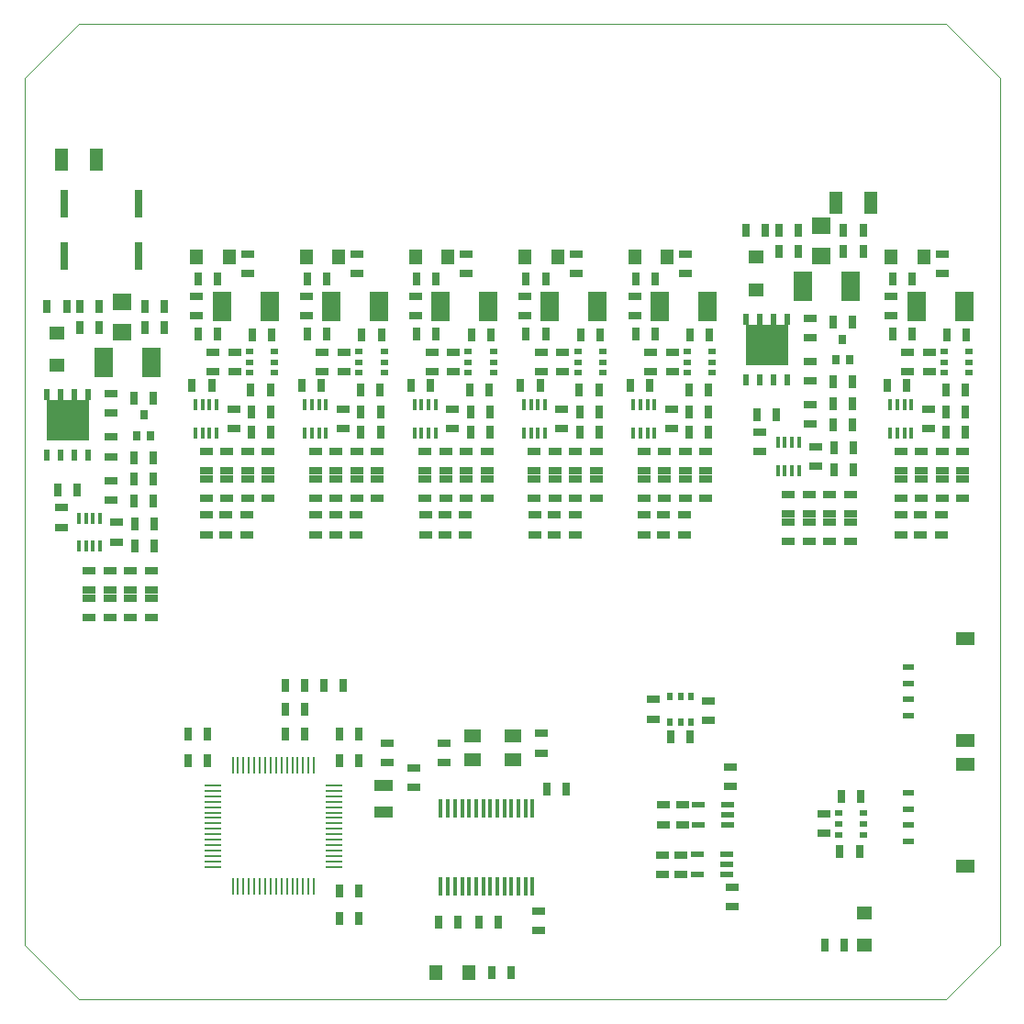
<source format=gtp>
G75*
%MOIN*%
%OFA0B0*%
%FSLAX25Y25*%
%IPPOS*%
%LPD*%
%AMOC8*
5,1,8,0,0,1.08239X$1,22.5*
%
%ADD10R,0.00984X0.06102*%
%ADD11R,0.06102X0.00984*%
%ADD12R,0.01575X0.06890*%
%ADD13R,0.07087X0.03937*%
%ADD14R,0.03150X0.04724*%
%ADD15R,0.04724X0.03150*%
%ADD16R,0.06299X0.04921*%
%ADD17R,0.03937X0.00984*%
%ADD18R,0.00984X0.03937*%
%ADD19C,0.00000*%
%ADD20R,0.01772X0.03937*%
%ADD21R,0.02756X0.03543*%
%ADD22R,0.02402X0.04016*%
%ADD23R,0.15394X0.15000*%
%ADD24R,0.02756X0.02000*%
%ADD25R,0.07087X0.10630*%
%ADD26R,0.04724X0.05512*%
%ADD27R,0.07087X0.06299*%
%ADD28R,0.03150X0.10236*%
%ADD29R,0.04724X0.07874*%
%ADD30R,0.05512X0.04724*%
%ADD31R,0.03937X0.02362*%
%ADD32R,0.07087X0.04921*%
%ADD33R,0.02000X0.02756*%
%ADD34R,0.04724X0.02362*%
D10*
X0078913Y0049972D03*
X0080882Y0049972D03*
X0082850Y0049972D03*
X0084819Y0049972D03*
X0086787Y0049972D03*
X0088756Y0049972D03*
X0090724Y0049972D03*
X0092693Y0049972D03*
X0094661Y0049972D03*
X0096630Y0049972D03*
X0098598Y0049972D03*
X0100567Y0049972D03*
X0102535Y0049972D03*
X0104504Y0049972D03*
X0106472Y0049972D03*
X0108441Y0049972D03*
X0108441Y0094066D03*
X0106472Y0094066D03*
X0104504Y0094066D03*
X0102535Y0094066D03*
X0100567Y0094066D03*
X0098598Y0094066D03*
X0096630Y0094066D03*
X0094661Y0094066D03*
X0092693Y0094066D03*
X0090724Y0094066D03*
X0088756Y0094066D03*
X0086787Y0094066D03*
X0084819Y0094066D03*
X0082850Y0094066D03*
X0080882Y0094066D03*
X0078913Y0094066D03*
D11*
X0071630Y0086783D03*
X0071630Y0084814D03*
X0071630Y0082846D03*
X0071630Y0080877D03*
X0071630Y0078909D03*
X0071630Y0076940D03*
X0071630Y0074972D03*
X0071630Y0073003D03*
X0071630Y0071035D03*
X0071630Y0069066D03*
X0071630Y0067098D03*
X0071630Y0065129D03*
X0071630Y0063161D03*
X0071630Y0061192D03*
X0071630Y0059224D03*
X0071630Y0057255D03*
X0115724Y0057255D03*
X0115724Y0059224D03*
X0115724Y0061192D03*
X0115724Y0063161D03*
X0115724Y0065129D03*
X0115724Y0067098D03*
X0115724Y0069066D03*
X0115724Y0071035D03*
X0115724Y0073003D03*
X0115724Y0074972D03*
X0115724Y0076940D03*
X0115724Y0078909D03*
X0115724Y0080877D03*
X0115724Y0082846D03*
X0115724Y0084814D03*
X0115724Y0086783D03*
D12*
X0154543Y0078318D03*
X0157102Y0078318D03*
X0159661Y0078318D03*
X0162220Y0078318D03*
X0164780Y0078318D03*
X0167339Y0078318D03*
X0169898Y0078318D03*
X0172457Y0078318D03*
X0175016Y0078318D03*
X0177575Y0078318D03*
X0180134Y0078318D03*
X0182693Y0078318D03*
X0185252Y0078318D03*
X0187811Y0078318D03*
X0187811Y0049972D03*
X0185252Y0049972D03*
X0182693Y0049972D03*
X0180134Y0049972D03*
X0177575Y0049972D03*
X0175016Y0049972D03*
X0172457Y0049972D03*
X0169898Y0049972D03*
X0167339Y0049972D03*
X0164780Y0049972D03*
X0162220Y0049972D03*
X0159661Y0049972D03*
X0157102Y0049972D03*
X0154543Y0049972D03*
D13*
X0133677Y0077098D03*
X0133677Y0086940D03*
D14*
X0124701Y0095641D03*
X0117614Y0095641D03*
X0117614Y0105483D03*
X0124701Y0105483D03*
X0118992Y0123161D03*
X0111906Y0123161D03*
X0105213Y0123161D03*
X0098126Y0123161D03*
X0098126Y0114302D03*
X0105213Y0114302D03*
X0105213Y0105444D03*
X0098126Y0105444D03*
X0069740Y0105483D03*
X0062654Y0105483D03*
X0062654Y0095641D03*
X0069740Y0095641D03*
X0117614Y0048397D03*
X0124701Y0048397D03*
X0124701Y0038554D03*
X0117614Y0038554D03*
X0153697Y0037078D03*
X0160783Y0037078D03*
X0168303Y0037078D03*
X0175390Y0037078D03*
X0172929Y0018830D03*
X0180016Y0018830D03*
X0192909Y0085306D03*
X0199996Y0085306D03*
X0238008Y0104420D03*
X0245094Y0104420D03*
X0300016Y0082846D03*
X0307102Y0082846D03*
X0306602Y0062846D03*
X0299516Y0062846D03*
X0301079Y0028672D03*
X0293992Y0028672D03*
X0297260Y0201393D03*
X0304346Y0201393D03*
X0304346Y0209424D03*
X0297260Y0209424D03*
X0296945Y0217649D03*
X0304031Y0217649D03*
X0304031Y0225523D03*
X0296945Y0225523D03*
X0296945Y0233397D03*
X0304031Y0233397D03*
X0316575Y0232062D03*
X0323661Y0232062D03*
X0337902Y0230606D03*
X0344988Y0230606D03*
X0345161Y0222562D03*
X0338075Y0222562D03*
X0338075Y0215062D03*
X0345161Y0215062D03*
X0345488Y0250606D03*
X0338402Y0250606D03*
X0325685Y0250720D03*
X0318598Y0250720D03*
X0304031Y0255050D03*
X0296945Y0255050D03*
X0318598Y0270798D03*
X0325685Y0270798D03*
X0307969Y0280641D03*
X0300882Y0280641D03*
X0300882Y0288515D03*
X0307969Y0288515D03*
X0284346Y0288515D03*
X0277260Y0288515D03*
X0272535Y0288515D03*
X0265449Y0288515D03*
X0277260Y0280641D03*
X0284346Y0280641D03*
X0252181Y0250606D03*
X0245094Y0250606D03*
X0232378Y0250720D03*
X0225291Y0250720D03*
X0212417Y0250606D03*
X0205331Y0250606D03*
X0192614Y0250720D03*
X0185528Y0250720D03*
X0172654Y0250606D03*
X0165567Y0250606D03*
X0152850Y0250720D03*
X0145764Y0250720D03*
X0132890Y0250606D03*
X0125803Y0250606D03*
X0113087Y0250720D03*
X0106000Y0250720D03*
X0093126Y0250606D03*
X0086039Y0250606D03*
X0073323Y0250720D03*
X0066236Y0250720D03*
X0054031Y0253082D03*
X0046945Y0253082D03*
X0046945Y0260956D03*
X0054031Y0260956D03*
X0066236Y0270798D03*
X0073323Y0270798D03*
X0106000Y0270798D03*
X0113087Y0270798D03*
X0145764Y0270798D03*
X0152850Y0270798D03*
X0185528Y0270798D03*
X0192614Y0270798D03*
X0225291Y0270798D03*
X0232378Y0270798D03*
X0230354Y0232062D03*
X0223268Y0232062D03*
X0211917Y0230606D03*
X0204831Y0230606D03*
X0205004Y0222562D03*
X0212091Y0222562D03*
X0212091Y0215062D03*
X0205004Y0215062D03*
X0190591Y0232062D03*
X0183504Y0232062D03*
X0172327Y0222562D03*
X0165240Y0222562D03*
X0165067Y0230606D03*
X0172154Y0230606D03*
X0172327Y0215062D03*
X0165240Y0215062D03*
X0150827Y0232062D03*
X0143740Y0232062D03*
X0132390Y0230606D03*
X0125303Y0230606D03*
X0125476Y0222562D03*
X0132563Y0222562D03*
X0132563Y0215062D03*
X0125476Y0215062D03*
X0111063Y0232062D03*
X0103976Y0232062D03*
X0092626Y0230606D03*
X0085539Y0230606D03*
X0085713Y0222562D03*
X0092799Y0222562D03*
X0092799Y0215062D03*
X0085713Y0215062D03*
X0071299Y0232062D03*
X0064213Y0232062D03*
X0050094Y0227491D03*
X0043008Y0227491D03*
X0043008Y0205838D03*
X0050094Y0205838D03*
X0050094Y0197964D03*
X0043008Y0197964D03*
X0043008Y0190090D03*
X0050094Y0190090D03*
X0050409Y0181865D03*
X0043323Y0181865D03*
X0043323Y0173834D03*
X0050409Y0173834D03*
X0022535Y0194027D03*
X0015449Y0194027D03*
X0023323Y0253082D03*
X0030409Y0253082D03*
X0030409Y0260956D03*
X0023323Y0260956D03*
X0018598Y0260956D03*
X0011512Y0260956D03*
X0244594Y0230606D03*
X0251681Y0230606D03*
X0251854Y0222562D03*
X0244768Y0222562D03*
X0244768Y0215062D03*
X0251854Y0215062D03*
X0269386Y0221586D03*
X0276472Y0221586D03*
D15*
X0270524Y0215212D03*
X0270524Y0208125D03*
X0280803Y0192436D03*
X0280803Y0185350D03*
X0280803Y0182436D03*
X0280803Y0175350D03*
X0288303Y0175350D03*
X0288303Y0182436D03*
X0288303Y0185350D03*
X0288303Y0192436D03*
X0295803Y0192436D03*
X0295803Y0185350D03*
X0295803Y0182436D03*
X0295803Y0175350D03*
X0303303Y0175350D03*
X0303303Y0182436D03*
X0303303Y0185350D03*
X0303303Y0192436D03*
X0290803Y0202850D03*
X0290803Y0209936D03*
X0288677Y0218043D03*
X0288677Y0225129D03*
X0288677Y0233791D03*
X0288677Y0240877D03*
X0288677Y0249539D03*
X0288677Y0256625D03*
X0318205Y0257413D03*
X0318205Y0264499D03*
X0336709Y0272767D03*
X0336709Y0279854D03*
X0331945Y0244149D03*
X0331945Y0237062D03*
X0324110Y0237137D03*
X0324110Y0244224D03*
X0331618Y0223606D03*
X0331618Y0216519D03*
X0329118Y0208074D03*
X0329118Y0200987D03*
X0329118Y0198074D03*
X0329118Y0190987D03*
X0328835Y0184972D03*
X0328835Y0177885D03*
X0321748Y0177885D03*
X0321748Y0184972D03*
X0321618Y0190987D03*
X0321618Y0198074D03*
X0321618Y0200987D03*
X0321618Y0208074D03*
X0336618Y0208074D03*
X0336618Y0200987D03*
X0336618Y0198074D03*
X0336618Y0190987D03*
X0336315Y0184972D03*
X0336315Y0177885D03*
X0344118Y0190987D03*
X0344118Y0198074D03*
X0344118Y0200987D03*
X0344118Y0208074D03*
X0251551Y0117464D03*
X0251551Y0110377D03*
X0259750Y0093417D03*
X0259750Y0086330D03*
X0242250Y0079667D03*
X0235500Y0079667D03*
X0235500Y0072580D03*
X0242250Y0072580D03*
X0241646Y0061615D03*
X0234896Y0061615D03*
X0234896Y0054529D03*
X0241646Y0054529D03*
X0260396Y0049865D03*
X0260396Y0042779D03*
X0293559Y0069302D03*
X0293559Y0076389D03*
X0231551Y0110877D03*
X0231551Y0117964D03*
X0191118Y0105661D03*
X0191118Y0098574D03*
X0155685Y0102058D03*
X0155685Y0094972D03*
X0144858Y0093200D03*
X0144858Y0086113D03*
X0135016Y0094972D03*
X0135016Y0102058D03*
X0190134Y0041192D03*
X0190134Y0034106D03*
X0188677Y0177885D03*
X0188677Y0184972D03*
X0188547Y0190987D03*
X0188547Y0198074D03*
X0188547Y0200987D03*
X0188547Y0208074D03*
X0196047Y0208074D03*
X0196047Y0200987D03*
X0196047Y0198074D03*
X0196047Y0190987D03*
X0195764Y0184972D03*
X0195764Y0177885D03*
X0203244Y0177885D03*
X0203244Y0184972D03*
X0203547Y0190987D03*
X0203547Y0198074D03*
X0203547Y0200987D03*
X0203547Y0208074D03*
X0211047Y0208074D03*
X0211047Y0200987D03*
X0211047Y0198074D03*
X0211047Y0190987D03*
X0228311Y0190987D03*
X0228441Y0184972D03*
X0235528Y0184972D03*
X0235811Y0190987D03*
X0235811Y0198074D03*
X0235811Y0200987D03*
X0235811Y0208074D03*
X0228311Y0208074D03*
X0228311Y0200987D03*
X0228311Y0198074D03*
X0243311Y0198074D03*
X0243311Y0200987D03*
X0243311Y0208074D03*
X0250811Y0208074D03*
X0250811Y0200987D03*
X0250811Y0198074D03*
X0250811Y0190987D03*
X0243311Y0190987D03*
X0243008Y0184972D03*
X0243008Y0177885D03*
X0235528Y0177885D03*
X0228441Y0177885D03*
X0238311Y0216519D03*
X0238311Y0223606D03*
X0238638Y0237062D03*
X0238638Y0244149D03*
X0230803Y0244224D03*
X0230803Y0237137D03*
X0224898Y0257413D03*
X0224898Y0264499D03*
X0243402Y0272767D03*
X0243402Y0279854D03*
X0203638Y0279854D03*
X0203638Y0272767D03*
X0185134Y0264499D03*
X0185134Y0257413D03*
X0191039Y0244224D03*
X0191039Y0237137D03*
X0198874Y0237062D03*
X0198874Y0244149D03*
X0198547Y0223606D03*
X0198547Y0216519D03*
X0171283Y0208074D03*
X0171283Y0200987D03*
X0171283Y0198074D03*
X0171283Y0190987D03*
X0163783Y0190987D03*
X0163480Y0184972D03*
X0163480Y0177885D03*
X0156000Y0177885D03*
X0148913Y0177885D03*
X0148913Y0184972D03*
X0148783Y0190987D03*
X0148783Y0198074D03*
X0148783Y0200987D03*
X0148783Y0208074D03*
X0156283Y0208074D03*
X0156283Y0200987D03*
X0156283Y0198074D03*
X0156283Y0190987D03*
X0156000Y0184972D03*
X0163783Y0198074D03*
X0163783Y0200987D03*
X0163783Y0208074D03*
X0158783Y0216519D03*
X0158783Y0223606D03*
X0159110Y0237062D03*
X0159110Y0244149D03*
X0151276Y0244224D03*
X0151276Y0237137D03*
X0145370Y0257413D03*
X0145370Y0264499D03*
X0163874Y0272767D03*
X0163874Y0279854D03*
X0124110Y0279854D03*
X0124110Y0272767D03*
X0105606Y0264499D03*
X0105606Y0257413D03*
X0111512Y0244224D03*
X0111512Y0237137D03*
X0119346Y0237062D03*
X0119346Y0244149D03*
X0119020Y0223606D03*
X0119020Y0216519D03*
X0116520Y0208074D03*
X0116520Y0200987D03*
X0116520Y0198074D03*
X0116520Y0190987D03*
X0116236Y0184972D03*
X0109150Y0184972D03*
X0109020Y0190987D03*
X0109020Y0198074D03*
X0109020Y0200987D03*
X0109020Y0208074D03*
X0124020Y0208074D03*
X0124020Y0200987D03*
X0124020Y0198074D03*
X0124020Y0190987D03*
X0123717Y0184972D03*
X0123717Y0177885D03*
X0116236Y0177885D03*
X0109150Y0177885D03*
X0091756Y0190987D03*
X0091756Y0198074D03*
X0091756Y0200987D03*
X0091756Y0208074D03*
X0084256Y0208074D03*
X0084256Y0200987D03*
X0084256Y0198074D03*
X0084256Y0190987D03*
X0083953Y0184972D03*
X0083953Y0177885D03*
X0076472Y0177885D03*
X0069386Y0177885D03*
X0069386Y0184972D03*
X0069256Y0190987D03*
X0069256Y0198074D03*
X0069256Y0200987D03*
X0069256Y0208074D03*
X0076756Y0208074D03*
X0076756Y0200987D03*
X0076756Y0198074D03*
X0076756Y0190987D03*
X0076472Y0184972D03*
X0049366Y0164877D03*
X0049366Y0157791D03*
X0049366Y0154877D03*
X0049366Y0147791D03*
X0041866Y0147791D03*
X0041866Y0154877D03*
X0041866Y0157791D03*
X0041866Y0164877D03*
X0034366Y0164877D03*
X0034366Y0157791D03*
X0034366Y0154877D03*
X0034366Y0147791D03*
X0026866Y0147791D03*
X0026866Y0154877D03*
X0026866Y0157791D03*
X0026866Y0164877D03*
X0036866Y0175291D03*
X0036866Y0182377D03*
X0034740Y0190483D03*
X0034740Y0197570D03*
X0034740Y0206231D03*
X0034740Y0213318D03*
X0034740Y0221980D03*
X0034740Y0229066D03*
X0065843Y0257413D03*
X0065843Y0264499D03*
X0084346Y0272767D03*
X0084346Y0279854D03*
X0079583Y0244149D03*
X0079583Y0237062D03*
X0071748Y0237137D03*
X0071748Y0244224D03*
X0079256Y0223606D03*
X0079256Y0216519D03*
X0131520Y0208074D03*
X0131520Y0200987D03*
X0131520Y0198074D03*
X0131520Y0190987D03*
X0016587Y0187653D03*
X0016587Y0180566D03*
D16*
X0166039Y0104814D03*
X0166039Y0096153D03*
X0180606Y0096153D03*
X0180606Y0104814D03*
D17*
X0190134Y0041901D03*
D18*
X0167988Y0037078D03*
X0192594Y0085306D03*
X0116922Y0105414D03*
X0070203Y0105614D03*
X0116844Y0038550D03*
D19*
X0022929Y0008987D02*
X0337890Y0008987D01*
X0357575Y0028672D01*
X0357575Y0343633D01*
X0337890Y0363318D01*
X0022929Y0363318D01*
X0003244Y0343633D01*
X0003244Y0028672D01*
X0022929Y0008987D01*
D20*
X0023028Y0173716D03*
X0025587Y0173716D03*
X0028146Y0173716D03*
X0030705Y0173716D03*
X0030705Y0183952D03*
X0028146Y0183952D03*
X0025587Y0183952D03*
X0023028Y0183952D03*
X0065417Y0214944D03*
X0067976Y0214944D03*
X0070535Y0214944D03*
X0073094Y0214944D03*
X0073094Y0225180D03*
X0070535Y0225180D03*
X0067976Y0225180D03*
X0065417Y0225180D03*
X0105181Y0225180D03*
X0107740Y0225180D03*
X0110299Y0225180D03*
X0112858Y0225180D03*
X0112858Y0214944D03*
X0110299Y0214944D03*
X0107740Y0214944D03*
X0105181Y0214944D03*
X0144945Y0214944D03*
X0147504Y0214944D03*
X0150063Y0214944D03*
X0152622Y0214944D03*
X0152622Y0225180D03*
X0150063Y0225180D03*
X0147504Y0225180D03*
X0144945Y0225180D03*
X0184709Y0225180D03*
X0187268Y0225180D03*
X0189827Y0225180D03*
X0192386Y0225180D03*
X0192386Y0214944D03*
X0189827Y0214944D03*
X0187268Y0214944D03*
X0184709Y0214944D03*
X0224472Y0214944D03*
X0227031Y0214944D03*
X0229591Y0214944D03*
X0232150Y0214944D03*
X0232150Y0225180D03*
X0229591Y0225180D03*
X0227031Y0225180D03*
X0224472Y0225180D03*
X0276965Y0211511D03*
X0279524Y0211511D03*
X0282083Y0211511D03*
X0284642Y0211511D03*
X0284642Y0201275D03*
X0282083Y0201275D03*
X0279524Y0201275D03*
X0276965Y0201275D03*
X0317780Y0214944D03*
X0320339Y0214944D03*
X0322898Y0214944D03*
X0325457Y0214944D03*
X0325457Y0225180D03*
X0322898Y0225180D03*
X0320339Y0225180D03*
X0317780Y0225180D03*
D21*
X0303047Y0241468D03*
X0297929Y0241468D03*
X0300488Y0248948D03*
X0049110Y0213909D03*
X0043992Y0213909D03*
X0046551Y0221389D03*
D22*
X0026492Y0228653D03*
X0021492Y0228653D03*
X0016492Y0228653D03*
X0011492Y0228653D03*
X0011492Y0206645D03*
X0016492Y0206645D03*
X0021492Y0206645D03*
X0026492Y0206645D03*
X0265429Y0234204D03*
X0270429Y0234204D03*
X0275429Y0234204D03*
X0280429Y0234204D03*
X0280429Y0256212D03*
X0275429Y0256212D03*
X0270429Y0256212D03*
X0265429Y0256212D03*
D23*
X0272929Y0246940D03*
X0018992Y0219381D03*
D24*
X0085008Y0236669D03*
X0085008Y0240606D03*
X0085008Y0244543D03*
X0094157Y0244543D03*
X0094157Y0240606D03*
X0094157Y0236669D03*
X0124772Y0236669D03*
X0124772Y0240606D03*
X0124772Y0244543D03*
X0133921Y0244543D03*
X0133921Y0240606D03*
X0133921Y0236669D03*
X0164535Y0236669D03*
X0164535Y0240606D03*
X0164535Y0244543D03*
X0173685Y0244543D03*
X0173685Y0240606D03*
X0173685Y0236669D03*
X0204299Y0236669D03*
X0204299Y0240606D03*
X0204299Y0244543D03*
X0213449Y0244543D03*
X0213449Y0240606D03*
X0213449Y0236669D03*
X0244063Y0236669D03*
X0244063Y0240606D03*
X0244063Y0244543D03*
X0253213Y0244543D03*
X0253213Y0240606D03*
X0253213Y0236669D03*
X0337370Y0236669D03*
X0337370Y0240606D03*
X0337370Y0244543D03*
X0346520Y0244543D03*
X0346520Y0240606D03*
X0346520Y0236669D03*
X0308134Y0076783D03*
X0308134Y0072846D03*
X0308134Y0068909D03*
X0298984Y0068909D03*
X0298984Y0072846D03*
X0298984Y0076783D03*
D25*
X0327260Y0260956D03*
X0344583Y0260956D03*
X0303244Y0268043D03*
X0285921Y0268043D03*
X0251276Y0260956D03*
X0233953Y0260956D03*
X0211512Y0260956D03*
X0194189Y0260956D03*
X0171748Y0260956D03*
X0154425Y0260956D03*
X0131984Y0260956D03*
X0114661Y0260956D03*
X0092220Y0260956D03*
X0074898Y0260956D03*
X0049307Y0240483D03*
X0031984Y0240483D03*
D26*
X0065843Y0278672D03*
X0077654Y0278672D03*
X0105606Y0278672D03*
X0117417Y0278672D03*
X0145370Y0278672D03*
X0157181Y0278672D03*
X0185134Y0278672D03*
X0196945Y0278672D03*
X0224898Y0278672D03*
X0236709Y0278672D03*
X0318205Y0278672D03*
X0330016Y0278672D03*
X0164661Y0018830D03*
X0152850Y0018830D03*
D27*
X0038677Y0251507D03*
X0038677Y0262531D03*
X0292614Y0279066D03*
X0292614Y0290090D03*
D28*
X0044583Y0297964D03*
X0044583Y0279066D03*
X0017811Y0279066D03*
X0017811Y0297964D03*
D29*
X0016630Y0314106D03*
X0029228Y0314106D03*
X0298126Y0298357D03*
X0310724Y0298357D03*
D30*
X0268992Y0278672D03*
X0268992Y0266861D03*
X0308362Y0040483D03*
X0308362Y0028672D03*
X0015055Y0239302D03*
X0015055Y0251113D03*
D31*
X0324504Y0129854D03*
X0324504Y0123948D03*
X0324504Y0118043D03*
X0324504Y0112137D03*
X0324504Y0084184D03*
X0324504Y0078279D03*
X0324504Y0072373D03*
X0324504Y0066468D03*
D32*
X0344976Y0057393D03*
X0344976Y0094440D03*
X0344976Y0103062D03*
X0344976Y0140109D03*
D33*
X0245488Y0118995D03*
X0241551Y0118995D03*
X0237614Y0118995D03*
X0237614Y0109846D03*
X0241551Y0109846D03*
X0245488Y0109846D03*
D34*
X0248185Y0079863D03*
X0248185Y0072383D03*
X0247831Y0061812D03*
X0247831Y0054332D03*
X0258461Y0054332D03*
X0258461Y0058072D03*
X0258461Y0061812D03*
X0258815Y0072383D03*
X0258815Y0076123D03*
X0258815Y0079863D03*
M02*

</source>
